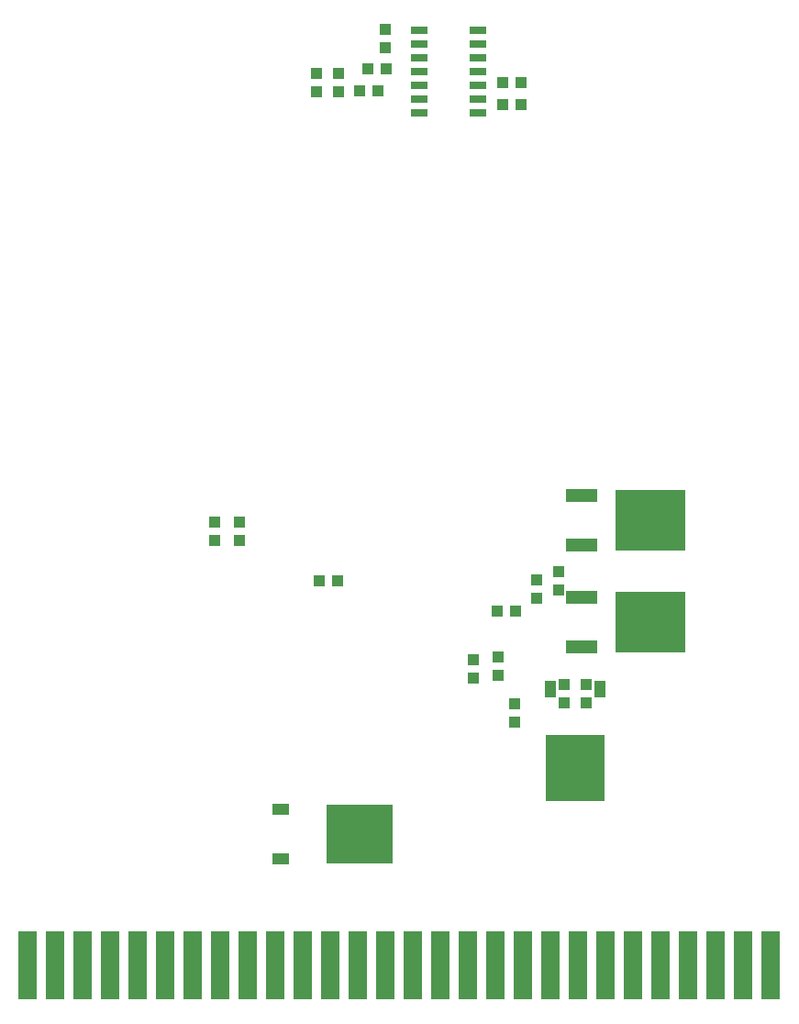
<source format=gbr>
G04 EAGLE Gerber RS-274X export*
G75*
%MOMM*%
%FSLAX34Y34*%
%LPD*%
%INSolderpaste Bottom*%
%IPPOS*%
%AMOC8*
5,1,8,0,0,1.08239X$1,22.5*%
G01*
%ADD10R,1.651000X6.350000*%
%ADD11R,1.000000X1.100000*%
%ADD12R,1.100000X1.000000*%
%ADD13R,6.200000X5.400000*%
%ADD14R,1.600000X1.000000*%
%ADD15R,5.400000X6.200000*%
%ADD16R,1.000000X1.600000*%
%ADD17R,1.525000X0.650000*%
%ADD18R,2.850000X1.250000*%
%ADD19R,6.500000X5.550000*%


D10*
X165815Y34230D03*
X191215Y34230D03*
X216615Y34230D03*
X242015Y34230D03*
X267415Y34230D03*
X292815Y34230D03*
X318215Y34230D03*
X343615Y34230D03*
X369015Y34230D03*
X394415Y34230D03*
X419815Y34230D03*
X445215Y34230D03*
X470615Y34230D03*
X496015Y34230D03*
X572215Y34230D03*
X597615Y34230D03*
X623015Y34230D03*
X648415Y34230D03*
X673815Y34230D03*
X699215Y34230D03*
X724615Y34230D03*
X750015Y34230D03*
X775415Y34230D03*
X800815Y34230D03*
X826215Y34230D03*
X851615Y34230D03*
X546815Y34230D03*
X521415Y34230D03*
D11*
X451730Y388620D03*
X434730Y388620D03*
X615560Y360680D03*
X598560Y360680D03*
D12*
X635000Y372500D03*
X635000Y389500D03*
D13*
X472040Y154940D03*
D14*
X399040Y132140D03*
X399040Y177740D03*
D15*
X670560Y216300D03*
D16*
X647760Y289300D03*
X693360Y289300D03*
D12*
X614680Y258200D03*
X614680Y275200D03*
X680720Y292980D03*
X680720Y275980D03*
D11*
X660400Y275980D03*
X660400Y292980D03*
D17*
X526600Y820420D03*
X526600Y833120D03*
X526600Y845820D03*
X526600Y858520D03*
X526600Y871220D03*
X526600Y883920D03*
X526600Y896620D03*
X580840Y896620D03*
X580840Y883920D03*
X580840Y871220D03*
X580840Y858520D03*
X580840Y845820D03*
X580840Y833120D03*
X580840Y820420D03*
D12*
X431800Y856860D03*
X431800Y839860D03*
X452120Y856860D03*
X452120Y839860D03*
X337820Y425840D03*
X337820Y442840D03*
D11*
X471560Y840740D03*
X488560Y840740D03*
X479180Y861060D03*
X496180Y861060D03*
D12*
X360680Y425840D03*
X360680Y442840D03*
D11*
X620640Y848360D03*
X603640Y848360D03*
X603640Y828040D03*
X620640Y828040D03*
D12*
X495300Y897500D03*
X495300Y880500D03*
D18*
X676660Y327720D03*
D19*
X740660Y350520D03*
D18*
X676660Y373320D03*
X676660Y421700D03*
D19*
X740660Y444500D03*
D18*
X676660Y467300D03*
D12*
X599440Y318380D03*
X599440Y301380D03*
X576580Y315840D03*
X576580Y298840D03*
X655320Y380120D03*
X655320Y397120D03*
M02*

</source>
